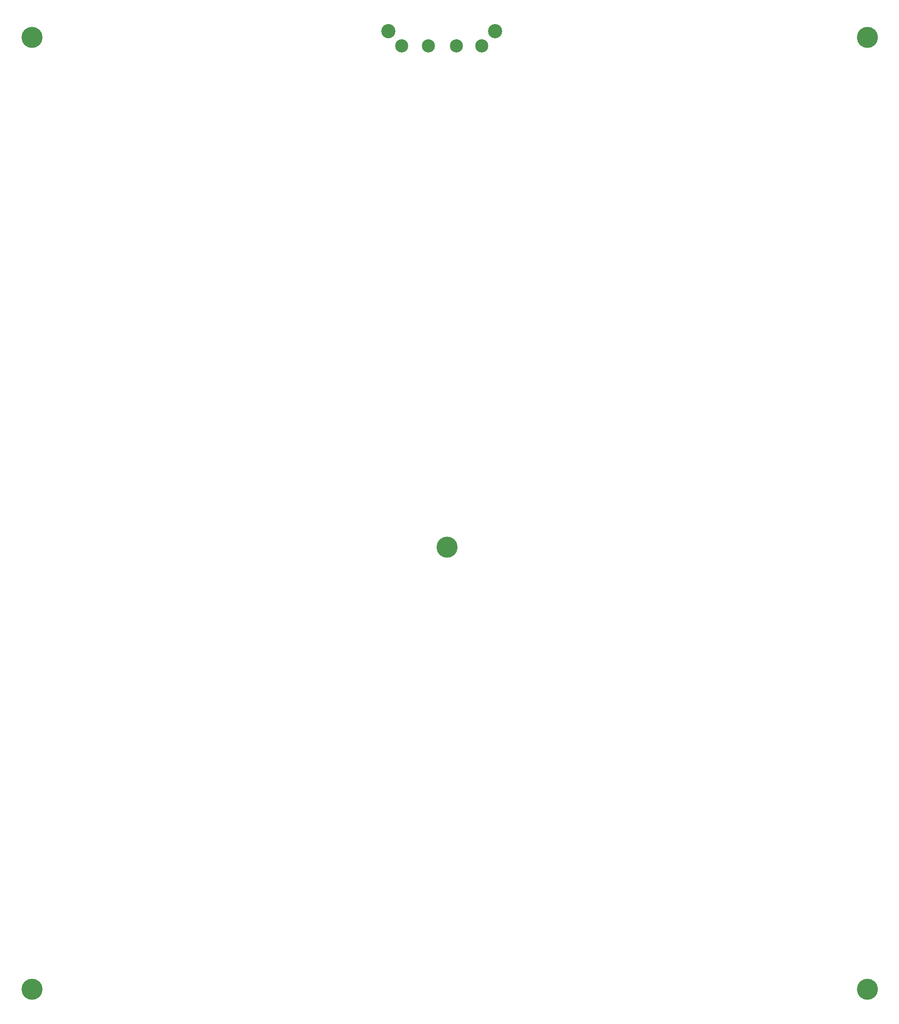
<source format=gbr>
G04 start of page 2 for group 0 idx 0 *
G04 Title: (unknown), top *
G04 Creator: pcb 1.99z *
G04 CreationDate: Sun 10 Nov 2013 02:53:38 PM GMT UTC *
G04 For: andrey *
G04 Format: Gerber/RS-274X *
G04 PCB-Dimensions (mm): 165.00 187.00 *
G04 PCB-Coordinate-Origin: lower left *
%MOMM*%
%FSLAX43Y43*%
%LNTOP*%
%ADD15C,1.500*%
%ADD14C,3.000*%
%ADD13C,4.000*%
%ADD12C,2.500*%
%ADD11C,2.700*%
G54D11*X91188Y185130D03*
G54D12*X83822Y182336D03*
X73408D03*
G54D11*X70868Y185130D03*
G54D12*X88648Y182336D03*
X78488D03*
G54D13*X3000Y184000D03*
X162000D03*
Y3000D03*
X3000D03*
X82000Y87000D03*
G54D14*G54D12*G54D15*G54D12*G54D15*M02*

</source>
